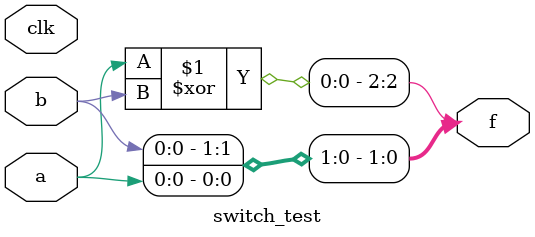
<source format=v>
module switch_test(
    input clk,
//    input rst,
    input a,
    input b,
    output [2:0]f
);

    assign f[2]=a^b;
    assign f[1:0]={b,a};
    endmodule

</source>
